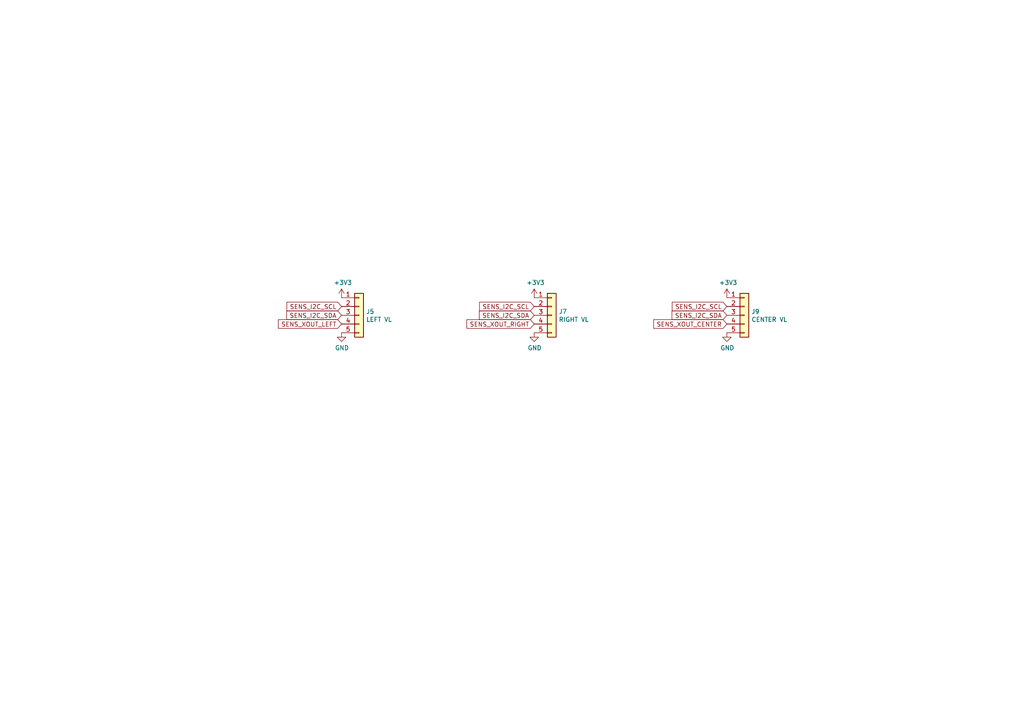
<source format=kicad_sch>
(kicad_sch (version 20211123) (generator eeschema)
  (paper "A4")
  (lib_symbols
    (symbol "Connector_Generic:Conn_01x05" (pin_names (offset 1.016) hide)
      (property "Reference" "J" (at 0 7.62 0))
      (property "Value" "Conn_01x05" (at 0 -7.62 0))
      (symbol "Conn_01x05_1_1"
        (rectangle (start -1.27 -4.953) (end 0 -5.207) (stroke (width 0.1524)))
        (rectangle (start -1.27 -2.413) (end 0 -2.667) (stroke (width 0.1524)))
        (rectangle (start -1.27 0.127) (end 0 -0.127) (stroke (width 0.1524)))
        (rectangle (start -1.27 2.667) (end 0 2.413) (stroke (width 0.1524)))
        (rectangle (start -1.27 5.207) (end 0 4.953) (stroke (width 0.1524)))
        (rectangle (start -1.27 6.35) (end 1.27 -6.35) (stroke (width 0.254)) (fill (type background)))
        (pin passive line (at -5.08 5.08 0) (length 3.81) (name "Pin_1") (number "1"))
        (pin passive line (at -5.08 2.54 0) (length 3.81) (name "Pin_2") (number "2"))
        (pin passive line (at -5.08 0 0) (length 3.81) (name "Pin_3") (number "3"))
        (pin passive line (at -5.08 -2.54 0) (length 3.81) (name "Pin_4") (number "4"))
        (pin passive line (at -5.08 -5.08 0) (length 3.81) (name "Pin_5") (number "5"))
      )
    )
    (symbol "power:+3V3" (power) (pin_names (offset 0))
      (property "Value" "+3V3" (at 0 3.556 0))
      (symbol "+3V3_0_1"
        (polyline (pts (xy -0.762 1.27) (xy 0 2.54)))
        (polyline (pts (xy 0 0) (xy 0 2.54)))
        (polyline (pts (xy 0 2.54) (xy 0.762 1.27)))
      )
      (symbol "+3V3_1_1"
        (pin power_in line (at 0 0 90) (length 0) hide (name "+3V3") (number "1"))
      )
    )
    (symbol "power:GND" (power) (pin_names (offset 0))
      (property "Value" "GND" (at 0 -3.81 0))
      (symbol "GND_0_1"
        (polyline (pts (xy 0 0) (xy 0 -1.27) (xy 1.27 -1.27) (xy 0 -2.54) (xy -1.27 -1.27) (xy 0 -1.27)))
      )
      (symbol "GND_1_1"
        (pin power_in line (at 0 0 270) (length 0) hide (name "GND") (number "1"))
      )
    )
  )
  (global_label "SENS_XOUT_CENTER" (shape input) (at 210.82 93.98 180) (property "Intersheet References" "${INTERSHEET_REFS}" (effects hide)))
  (global_label "SENS_I2C_SDA" (shape input) (at 99.06 91.44 180) (property "Intersheet References" "${INTERSHEET_REFS}" (effects hide)))
  (global_label "SENS_I2C_SDA" (shape input) (at 154.94 91.44 180) (property "Intersheet References" "${INTERSHEET_REFS}" (effects hide)))
  (global_label "SENS_I2C_SCL" (shape input) (at 99.06 88.9 180) (property "Intersheet References" "${INTERSHEET_REFS}" (effects hide)))
  (global_label "SENS_I2C_SCL" (shape input) (at 210.82 88.9 180) (property "Intersheet References" "${INTERSHEET_REFS}" (effects hide)))
  (global_label "SENS_XOUT_RIGHT" (shape input) (at 154.94 93.98 180) (property "Intersheet References" "${INTERSHEET_REFS}" (effects hide)))
  (global_label "SENS_I2C_SDA" (shape input) (at 210.82 91.44 180) (property "Intersheet References" "${INTERSHEET_REFS}" (effects hide)))
  (global_label "SENS_I2C_SCL" (shape input) (at 154.94 88.9 180) (property "Intersheet References" "${INTERSHEET_REFS}" (effects hide)))
  (global_label "SENS_XOUT_LEFT" (shape input) (at 99.06 93.98 180) (property "Intersheet References" "${INTERSHEET_REFS}" (effects hide)))
  (symbol (lib_id "power:+3V3") (at 99.06 86.36 0) (unit 1)
    (property "Reference" "#PWR0110" (effects hide))
    (property "Value" "+3V3" (at 99.441 81.9658 0))
  )
  (symbol (lib_id "power:GND") (at 99.06 96.52 0) (unit 1)
    (property "Reference" "#PWR0111" (effects hide))
    (property "Value" "GND" (at 99.187 100.9142 0))
  )
  (symbol (lib_id "Connector_Generic:Conn_01x05") (at 104.14 91.44 0) (unit 1)
    (property "Reference" "J5" (at 106.172 90.3732 0) (effects (justify left)))
    (property "Value" "LEFT VL" (at 106.172 92.6846 0) (effects (justify left)))
    (property "Footprint" "Connector_JST:JST_XH_B5B-XH-A_1x05_P2.50mm_Vertical" (effects hide))
  )
  (symbol (lib_id "power:+3V3") (at 154.94 86.36 0) (unit 1)
    (property "Reference" "#PWR0112" (effects hide))
    (property "Value" "+3V3" (at 155.321 81.9658 0))
  )
  (symbol (lib_id "Connector_Generic:Conn_01x05") (at 160.02 91.44 0) (unit 1)
    (property "Reference" "J7" (at 162.052 90.3732 0) (effects (justify left)))
    (property "Value" "RIGHT VL" (at 162.052 92.6846 0) (effects (justify left)))
    (property "Footprint" "Connector_JST:JST_XH_B5B-XH-A_1x05_P2.50mm_Vertical" (effects hide))
  )
  (symbol (lib_id "power:GND") (at 154.94 96.52 0) (unit 1)
    (property "Reference" "#PWR0113" (effects hide))
    (property "Value" "GND" (at 155.067 100.9142 0))
  )
  (symbol (lib_id "power:+3V3") (at 210.82 86.36 0) (unit 1)
    (property "Reference" "#PWR0114" (effects hide))
    (property "Value" "+3V3" (at 211.201 81.9658 0))
  )
  (symbol (lib_id "Connector_Generic:Conn_01x05") (at 215.9 91.44 0) (unit 1)
    (property "Reference" "J9" (at 217.932 90.3732 0) (effects (justify left)))
    (property "Value" "CENTER VL" (at 217.932 92.6846 0) (effects (justify left)))
    (property "Footprint" "Connector_JST:JST_XH_B5B-XH-A_1x05_P2.50mm_Vertical" (effects hide))
  )
  (symbol (lib_id "power:GND") (at 210.82 96.52 0) (unit 1)
    (property "Reference" "#PWR0115" (effects hide))
    (property "Value" "GND" (at 210.947 100.9142 0))
  )
)
</source>
